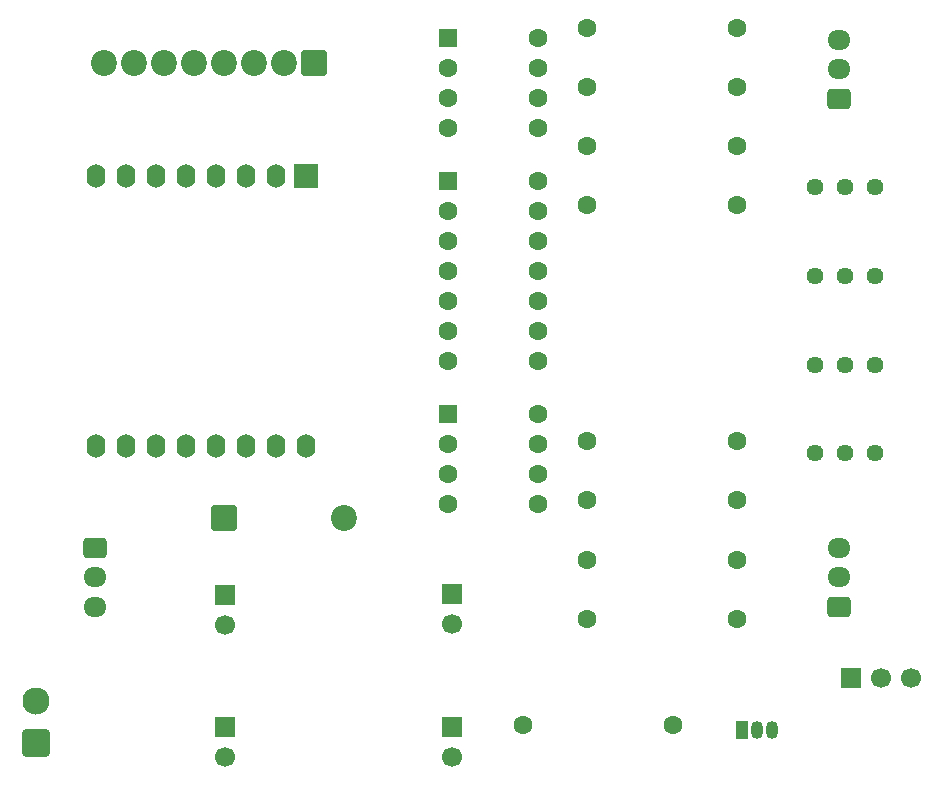
<source format=gts>
%TF.GenerationSoftware,KiCad,Pcbnew,9.0.7*%
%TF.CreationDate,2026-01-23T14:09:22+01:00*%
%TF.ProjectId,galvoexpress,67616c76-6f65-4787-9072-6573732e6b69,rev?*%
%TF.SameCoordinates,Original*%
%TF.FileFunction,Soldermask,Top*%
%TF.FilePolarity,Negative*%
%FSLAX46Y46*%
G04 Gerber Fmt 4.6, Leading zero omitted, Abs format (unit mm)*
G04 Created by KiCad (PCBNEW 9.0.7) date 2026-01-23 14:09:22*
%MOMM*%
%LPD*%
G01*
G04 APERTURE LIST*
G04 Aperture macros list*
%AMRoundRect*
0 Rectangle with rounded corners*
0 $1 Rounding radius*
0 $2 $3 $4 $5 $6 $7 $8 $9 X,Y pos of 4 corners*
0 Add a 4 corners polygon primitive as box body*
4,1,4,$2,$3,$4,$5,$6,$7,$8,$9,$2,$3,0*
0 Add four circle primitives for the rounded corners*
1,1,$1+$1,$2,$3*
1,1,$1+$1,$4,$5*
1,1,$1+$1,$6,$7*
1,1,$1+$1,$8,$9*
0 Add four rect primitives between the rounded corners*
20,1,$1+$1,$2,$3,$4,$5,0*
20,1,$1+$1,$4,$5,$6,$7,0*
20,1,$1+$1,$6,$7,$8,$9,0*
20,1,$1+$1,$8,$9,$2,$3,0*%
G04 Aperture macros list end*
%ADD10C,1.440000*%
%ADD11C,1.600000*%
%ADD12RoundRect,0.249999X-0.850001X-0.850001X0.850001X-0.850001X0.850001X0.850001X-0.850001X0.850001X0*%
%ADD13C,2.200000*%
%ADD14R,1.700000X1.700000*%
%ADD15C,1.700000*%
%ADD16RoundRect,0.250000X-0.725000X0.600000X-0.725000X-0.600000X0.725000X-0.600000X0.725000X0.600000X0*%
%ADD17O,1.950000X1.700000*%
%ADD18R,1.050000X1.500000*%
%ADD19O,1.050000X1.500000*%
%ADD20RoundRect,0.250000X0.725000X-0.600000X0.725000X0.600000X-0.725000X0.600000X-0.725000X-0.600000X0*%
%ADD21RoundRect,0.250000X-0.550000X-0.550000X0.550000X-0.550000X0.550000X0.550000X-0.550000X0.550000X0*%
%ADD22RoundRect,0.250001X0.899999X-0.899999X0.899999X0.899999X-0.899999X0.899999X-0.899999X-0.899999X0*%
%ADD23C,2.300000*%
%ADD24R,2.000000X2.000000*%
%ADD25O,1.600000X2.000000*%
%ADD26RoundRect,0.249999X0.850001X0.850001X-0.850001X0.850001X-0.850001X-0.850001X0.850001X-0.850001X0*%
G04 APERTURE END LIST*
D10*
%TO.C,RV3*%
X125420000Y-85500000D03*
X127960000Y-85500000D03*
X130500000Y-85500000D03*
%TD*%
%TO.C,RV1*%
X130500000Y-63000000D03*
X127960000Y-63000000D03*
X125420000Y-63000000D03*
%TD*%
D11*
%TO.C,R2*%
X100760000Y-108500000D03*
X113460000Y-108500000D03*
%TD*%
D12*
%TO.C,D1*%
X75420000Y-91000000D03*
D13*
X85580000Y-91000000D03*
%TD*%
D14*
%TO.C,J2*%
X94700000Y-97460000D03*
D15*
X94700000Y-100000000D03*
%TD*%
D11*
%TO.C,R1*%
X118850000Y-59500000D03*
X106150000Y-59500000D03*
%TD*%
D14*
%TO.C,J4*%
X75500000Y-97500000D03*
D15*
X75500000Y-100040000D03*
%TD*%
D16*
%TO.C,J5*%
X64500000Y-93500000D03*
D17*
X64500000Y-96000000D03*
X64500000Y-98500000D03*
%TD*%
D11*
%TO.C,R6*%
X118850000Y-89500000D03*
X106150000Y-89500000D03*
%TD*%
D14*
%TO.C,J1*%
X94700000Y-108700000D03*
D15*
X94700000Y-111240000D03*
%TD*%
D10*
%TO.C,RV6*%
X130500000Y-70500000D03*
X127960000Y-70500000D03*
X125420000Y-70500000D03*
%TD*%
D18*
%TO.C,Q1*%
X119260000Y-108950000D03*
D19*
X120530000Y-108950000D03*
X121800000Y-108950000D03*
%TD*%
D11*
%TO.C,R8*%
X118850000Y-99500000D03*
X106150000Y-99500000D03*
%TD*%
%TO.C,R7*%
X106150000Y-84500000D03*
X118850000Y-84500000D03*
%TD*%
%TO.C,R9*%
X118850000Y-94500000D03*
X106150000Y-94500000D03*
%TD*%
D20*
%TO.C,J10*%
X127500000Y-98500000D03*
D17*
X127500000Y-96000000D03*
X127500000Y-93500000D03*
%TD*%
D11*
%TO.C,R4*%
X106150000Y-64500000D03*
X118850000Y-64500000D03*
%TD*%
D21*
%TO.C,U2*%
X94380000Y-62460000D03*
D11*
X94380000Y-65000000D03*
X94380000Y-67540000D03*
X94380000Y-70080000D03*
X94380000Y-72620000D03*
X94380000Y-75160000D03*
X94380000Y-77700000D03*
X102000000Y-77700000D03*
X102000000Y-75160000D03*
X102000000Y-72620000D03*
X102000000Y-70080000D03*
X102000000Y-67540000D03*
X102000000Y-65000000D03*
X102000000Y-62460000D03*
%TD*%
D10*
%TO.C,RV2*%
X130500000Y-78000000D03*
X127960000Y-78000000D03*
X125420000Y-78000000D03*
%TD*%
D22*
%TO.C,J7*%
X59500000Y-110000000D03*
D23*
X59500000Y-106500000D03*
%TD*%
D11*
%TO.C,R3*%
X118850000Y-54500000D03*
X106150000Y-54500000D03*
%TD*%
%TO.C,R5*%
X118850000Y-49500000D03*
X106150000Y-49500000D03*
%TD*%
D20*
%TO.C,J9*%
X127500000Y-55500000D03*
D17*
X127500000Y-53000000D03*
X127500000Y-50500000D03*
%TD*%
D21*
%TO.C,U3*%
X94380000Y-50380000D03*
D11*
X94380000Y-52920000D03*
X94380000Y-55460000D03*
X94380000Y-58000000D03*
X102000000Y-58000000D03*
X102000000Y-55460000D03*
X102000000Y-52920000D03*
X102000000Y-50380000D03*
%TD*%
D24*
%TO.C,U1*%
X82390000Y-62055000D03*
D25*
X79850000Y-62055000D03*
X77310000Y-62055000D03*
X74770000Y-62055000D03*
X72230000Y-62055000D03*
X69690000Y-62055000D03*
X67150000Y-62055000D03*
X64610000Y-62055000D03*
X64610000Y-84915000D03*
X67150000Y-84915000D03*
X69690000Y-84915000D03*
X72230000Y-84915000D03*
X74770000Y-84915000D03*
X77310000Y-84915000D03*
X79850000Y-84915000D03*
X82390000Y-84915000D03*
%TD*%
D14*
%TO.C,J3*%
X75500000Y-108700000D03*
D15*
X75500000Y-111240000D03*
%TD*%
D14*
%TO.C,J6*%
X128460000Y-104500000D03*
D15*
X131000000Y-104500000D03*
X133540000Y-104500000D03*
%TD*%
D26*
%TO.C,J8*%
X83000000Y-52500000D03*
D13*
X80460000Y-52500000D03*
X77920000Y-52500000D03*
X75380000Y-52500000D03*
X72840000Y-52500000D03*
X70300000Y-52500000D03*
X67760000Y-52500000D03*
X65220000Y-52500000D03*
%TD*%
D21*
%TO.C,U4*%
X94380000Y-82190000D03*
D11*
X94380000Y-84730000D03*
X94380000Y-87270000D03*
X94380000Y-89810000D03*
X102000000Y-89810000D03*
X102000000Y-87270000D03*
X102000000Y-84730000D03*
X102000000Y-82190000D03*
%TD*%
M02*

</source>
